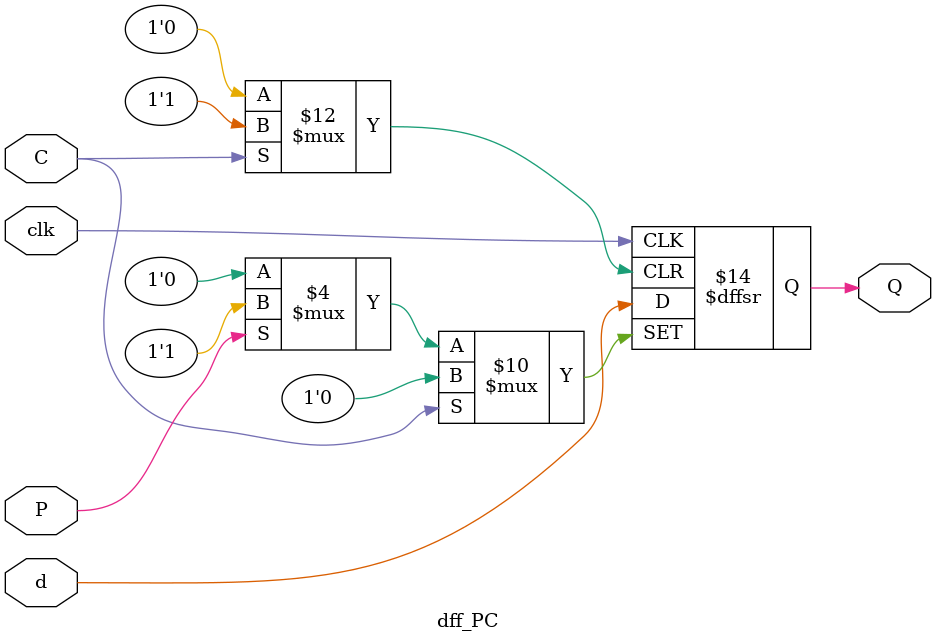
<source format=v>
`timescale 1ns / 1ps
 module dff_PC(clk,d,P,C,Q);
    output  reg  Q; 
    input  d, clk, C, P; 

always @(posedge clk or posedge C or posedge P) 
begin 
if (P) 
Q <= 1'b1;
else if(C)
Q <= 1'b0;
else
Q <= d;      
end 

    
endmodule

</source>
